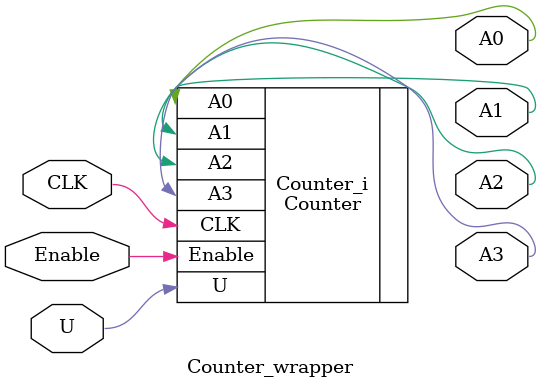
<source format=v>
`timescale 1 ps / 1 ps

module Counter_wrapper
   (A0,
    A1,
    A2,
    A3,
    CLK,
    Enable,
    U);
  output [0:0]A0;
  output [0:0]A1;
  output [0:0]A2;
  output [0:0]A3;
  input [0:0]CLK;
  input [0:0]Enable;
  input [0:0]U;

  wire [0:0]A0;
  wire [0:0]A1;
  wire [0:0]A2;
  wire [0:0]A3;
  wire [0:0]CLK;
  wire [0:0]Enable;
  wire [0:0]U;

  Counter Counter_i
       (.A0(A0),
        .A1(A1),
        .A2(A2),
        .A3(A3),
        .CLK(CLK),
        .Enable(Enable),
        .U(U));
endmodule

</source>
